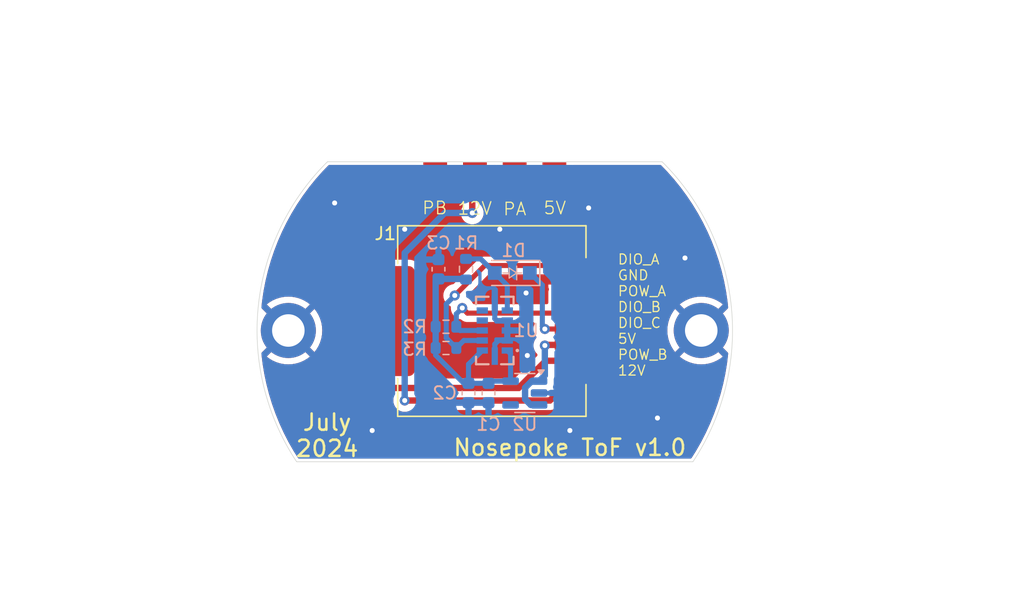
<source format=kicad_pcb>
(kicad_pcb (version 20240108) (generator "pcbnew") (generator_version "8.0")
  (title_block (date "2024-07-22") (rev "1.0"))
  (layers (0 "F.Cu" signal) (31 "B.Cu" signal) (34 "B.Paste" user) (35 "F.Paste" user) (36 "B.SilkS" user "B.Silkscreen") (37 "F.SilkS" user "F.Silkscreen") (38 "B.Mask" user) (39 "F.Mask" user) (44 "Edge.Cuts" user))
  (net 0 "")
  (net 1 "GND")
  (net 2 "Net-(J1-5V)")
  (net 3 "/SCL_MCU")
  (net 4 "/SDA_MCU")
  (net 6 "/POW_A")
  (net 7 "Net-(D1-K)")
  (net 8 "/shutdown")
  (net 9 "/POW_B")
  (net 10 "+3.3V")
  (net 11 "/Vmotor")
  (footprint "asl_footprints:board_to_board_joint_4" (layer "F.Cu") (at 100 59.2973)
    (property "Reference" "J2" (hide yes))
    (property "Value" "Conn_01x04_Pin" (hide yes))
    (pad "1" smd rect (at -4.7625 -1.373) (size 1.905 2.7432) (layers "F.Cu" "F.Paste" "F.Mask") (net 9 "/POW_B"))
    (pad "2" smd rect (at -1.5875 -1.373) (size 1.905 2.7432) (layers "F.Cu" "F.Paste" "F.Mask") (net 11 "/Vmotor"))
    (pad "3" smd rect (at 1.5875 -1.373) (size 1.905 2.7432) (layers "F.Cu" "F.Paste" "F.Mask") (net 6 "/POW_A"))
    (pad "4" smd rect (at 4.7625 -1.373) (size 1.905 2.7432) (layers "F.Cu" "F.Paste" "F.Mask") (net 2 "Net-(J1-5V)"))
  )
  (footprint "asl_footprints:MountingHole_2.7mm_M2.5_pad" (layer "F.Cu") (at 116.5 70)
    (property "Reference" "H2" (hide yes))
    (property "Value" "Mount hole" (hide yes))
    (pad "1" thru_hole circle (at 0 0) (size 4.4 4.4) (drill 2.6) (layers "*.Cu" "*.Mask") (net 1 "GND"))
  )
  (footprint "asl_footprints:MountingHole_2.7mm_M2.5_pad" (layer "F.Cu") (at 83.5 70)
    (property "Reference" "H1" (hide yes))
    (property "Value" "Mount hole" (hide yes))
    (pad "1" thru_hole circle (at 0 0) (size 4.4 4.4) (drill 2.6) (layers "*.Cu" "*.Mask") (net 1 "GND"))
  )
  (footprint "asl_footprints:RJ45_SMD_Vertical" (layer "F.Cu") (at 99.764 69.245 -90)
    (property "Reference" "J1" (at -6.995 8.514 0) (layer "F.SilkS"))
    (property "Value" "0855135013")
    (fp_line (start -7.62 7.525) (end -7.62 -7.525) (stroke (width 0.127)) (layer "F.SilkS"))
    (fp_line (start -4.6 7.525) (end -7.62 7.525) (stroke (width 0.127)) (layer "F.SilkS"))
    (fp_line (start 7.62 7.525) (end 4.6 7.525) (stroke (width 0.127)) (layer "F.SilkS"))
    (fp_line (start -7.62 -7.525) (end -5.08 -7.525) (stroke (width 0.127)) (layer "F.SilkS"))
    (fp_line (start 5.08 -7.525) (end 7.62 -7.525) (stroke (width 0.127)) (layer "F.SilkS"))
    (fp_line (start 7.62 -7.525) (end 7.62 7.525) (stroke (width 0.127)) (layer "F.SilkS"))
    (pad "1" smd rect (at -4.445 -7.525) (size 5 0.76) (layers "F.Cu" "F.Paste" "F.Mask") (net 3 "/SCL_MCU"))
    (pad "2" smd rect (at -3.175 -7.525) (size 5 0.76) (layers "F.Cu" "F.Paste" "F.Mask") (net 1 "GND"))
    (pad "3" smd rect (at -1.905 -7.525) (size 5 0.76) (layers "F.Cu" "F.Paste" "F.Mask") (net 6 "/POW_A"))
    (pad "4" smd rect (at -0.635 -7.525) (size 5 0.76) (layers "F.Cu" "F.Paste" "F.Mask") (net 4 "/SDA_MCU"))
    (pad "5" smd rect (at 0.635 -7.525) (size 5 0.76) (layers "F.Cu" "F.Paste" "F.Mask") (net 7 "Net-(D1-K)"))
    (pad "6" smd rect (at 1.905 -7.525) (size 5 0.76) (layers "F.Cu" "F.Paste" "F.Mask") (net 2 "Net-(J1-5V)"))
    (pad "7" smd rect (at 3.175 -7.525) (size 5 0.76) (layers "F.Cu" "F.Paste" "F.Mask") (net 9 "/POW_B"))
    (pad "8" smd rect (at 4.445 -7.525) (size 5 0.76) (layers "F.Cu" "F.Paste" "F.Mask") (net 11 "/Vmotor"))
    (pad "MNT" smd roundrect (at 0 8.405) (size 4.5 8.8) (layers "F.Cu" "F.Paste" "F.Mask") (roundrect_rratio 0.1111111111))
  )
  (footprint "Capacitor_SMD:C_0603_1608Metric" (layer "B.Cu") (at 95.5 65.1 90)
    (property "Reference" "C3" (at 2.1 0 0) (layer "B.SilkS") (effects (justify mirror)))
    (property "Value" "10µF")
    (fp_line (start 0.14058 -0.51) (end -0.14058 -0.51) (stroke (width 0.12)) (layer "B.SilkS"))
    (fp_line (start 0.14058 0.51) (end -0.14058 0.51) (stroke (width 0.12)) (layer "B.SilkS"))
    (pad "1" smd roundrect (at -0.775 0 90) (size 0.9 0.95) (layers "B.Cu" "B.Paste" "B.Mask") (net 10 "+3.3V"))
    (pad "2" smd roundrect (at 0.775 0 90) (size 0.9 0.95) (layers "B.Cu" "B.Paste" "B.Mask") (net 1 "GND"))
  )
  (footprint "Resistor_SMD:R_0603_1608Metric" (layer "B.Cu") (at 96.1 69.7)
    (property "Reference" "R2" (at -2.5 0 0) (layer "B.SilkS") (effects (justify mirror)))
    (property "Value" "470Ω")
    (fp_line (start 0.237258 -0.5225) (end -0.237258 -0.5225) (stroke (width 0.12)) (layer "B.SilkS"))
    (fp_line (start 0.237258 0.5225) (end -0.237258 0.5225) (stroke (width 0.12)) (layer "B.SilkS"))
    (pad "1" smd roundrect (at -0.825 0) (size 0.8 0.95) (layers "B.Cu" "B.Paste" "B.Mask") (net 10 "+3.3V"))
    (pad "2" smd roundrect (at 0.825 0) (size 0.8 0.95) (layers "B.Cu" "B.Paste" "B.Mask") (net 4 "/SDA_MCU"))
  )
  (footprint "Resistor_SMD:R_0603_1608Metric" (layer "B.Cu") (at 96.1 71.4)
    (property "Reference" "R3" (at -2.5 0.1 180) (layer "B.SilkS") (effects (justify mirror)))
    (property "Value" "470Ω")
    (fp_line (start 0.237258 -0.5225) (end -0.237258 -0.5225) (stroke (width 0.12)) (layer "B.SilkS"))
    (fp_line (start 0.237258 0.5225) (end -0.237258 0.5225) (stroke (width 0.12)) (layer "B.SilkS"))
    (pad "1" smd roundrect (at -0.825 0) (size 0.8 0.95) (layers "B.Cu" "B.Paste" "B.Mask") (net 10 "+3.3V"))
    (pad "2" smd roundrect (at 0.825 0) (size 0.8 0.95) (layers "B.Cu" "B.Paste" "B.Mask") (net 3 "/SCL_MCU"))
  )
  (footprint "Capacitor_SMD:C_0603_1608Metric" (layer "B.Cu") (at 99.5 75 90)
    (property "Reference" "C1" (at -2.5 0 180) (layer "B.SilkS") (effects (justify mirror)))
    (property "Value" "0.1µF")
    (fp_line (start 0.14058 -0.51) (end -0.14058 -0.51) (stroke (width 0.12)) (layer "B.SilkS"))
    (fp_line (start 0.14058 0.51) (end -0.14058 0.51) (stroke (width 0.12)) (layer "B.SilkS"))
    (pad "1" smd roundrect (at -0.775 0 90) (size 0.9 0.95) (layers "B.Cu" "B.Paste" "B.Mask") (net 1 "GND"))
    (pad "2" smd roundrect (at 0.775 0 90) (size 0.9 0.95) (layers "B.Cu" "B.Paste" "B.Mask") (net 10 "+3.3V"))
  )
  (footprint "asl_footprints:D_SOD-123F" (layer "B.Cu") (at 101.4 65.4 180)
    (property "Reference" "D1" (at -0.1 1.8 180) (layer "B.SilkS") (effects (justify mirror)))
    (property "Value" "MMSD4148T1G")
    (fp_line (start 1.65 1) (end -2.2 1) (stroke (width 0.12)) (layer "B.SilkS"))
    (fp_line (start 1.65 -1) (end -2.2 -1) (stroke (width 0.12)) (layer "B.SilkS"))
    (fp_line (start 0.75 0) (end 0.25 0) (stroke (width 0.1)) (layer "B.SilkS"))
    (fp_line (start 0.25 0.4) (end -0.35 0) (stroke (width 0.1)) (layer "B.SilkS"))
    (fp_line (start 0.25 -0.4) (end 0.25 0.4) (stroke (width 0.1)) (layer "B.SilkS"))
    (fp_line (start -0.35 0.55) (end -0.35 0) (stroke (width 0.1)) (layer "B.SilkS"))
    (fp_line (start -0.35 0) (end 0.25 -0.4) (stroke (width 0.1)) (layer "B.SilkS"))
    (fp_line (start -0.35 0) (end -0.75 0) (stroke (width 0.1)) (layer "B.SilkS"))
    (fp_line (start -0.35 -0.55) (end -0.35 0) (stroke (width 0.1)) (layer "B.SilkS"))
    (fp_line (start -2.2 -1) (end -2.2 1) (stroke (width 0.12)) (layer "B.SilkS"))
    (pad "1" smd rect (at -1.4 0 180) (size 1.1 1.1) (layers "B.Cu" "B.Paste" "B.Mask") (net 7 "Net-(D1-K)"))
    (pad "2" smd rect (at 1.4 0 180) (size 1.1 1.1) (layers "B.Cu" "B.Paste" "B.Mask") (net 8 "/shutdown"))
  )
  (footprint "Resistor_SMD:R_0603_1608Metric" (layer "B.Cu") (at 97.7 65.1 90)
    (property "Reference" "R1" (at 2.1 0 0) (layer "B.SilkS") (effects (justify mirror)))
    (property "Value" "10KΩ")
    (fp_line (start 0.237258 -0.5225) (end -0.237258 -0.5225) (stroke (width 0.12)) (layer "B.SilkS"))
    (fp_line (start 0.237258 0.5225) (end -0.237258 0.5225) (stroke (width 0.12)) (layer "B.SilkS"))
    (pad "1" smd roundrect (at -0.825 0 90) (size 0.8 0.95) (layers "B.Cu" "B.Paste" "B.Mask") (net 10 "+3.3V"))
    (pad "2" smd roundrect (at 0.825 0 90) (size 0.8 0.95) (layers "B.Cu" "B.Paste" "B.Mask") (net 8 "/shutdown"))
  )
  (footprint "Package_TO_SOT_SMD:SOT-23-5" (layer "B.Cu") (at 102.4 75 180)
    (property "Reference" "U2" (at 0 -2.5 180) (layer "B.SilkS") (effects (justify mirror)))
    (property "Value" "AP2112K-3.3")
    (fp_line (start 0.8 1.56) (end 0 1.56) (stroke (width 0.12)) (layer "B.SilkS"))
    (fp_line (start 0.8 -1.56) (end 0 -1.56) (stroke (width 0.12)) (layer "B.SilkS"))
    (fp_line (start -0.8 1.56) (end 0 1.56) (stroke (width 0.12)) (layer "B.SilkS"))
    (fp_line (start -0.8 -1.56) (end 0 -1.56) (stroke (width 0.12)) (layer "B.SilkS"))
    (fp_poly (pts (xy -1.3 1.51) (xy -1.54 1.84) (xy -1.06 1.84) (xy -1.3 1.51)) (stroke (width 0.12)) (fill solid) (layer "B.SilkS"))
    (pad "1" smd roundrect (at -1.1375 0.95 180) (size 1.325 0.6) (layers "B.Cu" "B.Paste" "B.Mask") (net 2 "Net-(J1-5V)"))
    (pad "2" smd roundrect (at -1.1375 0 180) (size 1.325 0.6) (layers "B.Cu" "B.Paste" "B.Mask") (net 1 "GND"))
    (pad "3" smd roundrect (at -1.1375 -0.95 180) (size 1.325 0.6) (layers "B.Cu" "B.Paste" "B.Mask") (net 2 "Net-(J1-5V)"))
    (pad "4" smd roundrect (at 1.1375 -0.95 180) (size 1.325 0.6) (layers "B.Cu" "B.Paste" "B.Mask"))
    (pad "5" smd roundrect (at 1.1375 0.95 180) (size 1.325 0.6) (layers "B.Cu" "B.Paste" "B.Mask") (net 10 "+3.3V"))
  )
  (footprint "asl_footprints:VL53L4CD" (layer "B.Cu") (at 100 70 90)
    (property "Reference" "U1" (at 0 2.5 0) (layer "B.SilkS") (effects (justify mirror)))
    (property "Value" "VL53L4CD")
    (fp_line (start 2.7 -1.5) (end 2.7 -0.5) (stroke (width 0.1778)) (layer "B.SilkS"))
    (fp_line (start 2.1 -1.5) (end 2.7 -1.5) (stroke (width 0.1778)) (layer "B.SilkS"))
    (fp_line (start -2.7 -1.5) (end -2.1 -1.5) (stroke (width 0.1778)) (layer "B.SilkS"))
    (fp_line (start -2.7 -0.5) (end -2.7 -1.5) (stroke (width 0.1778)) (layer "B.SilkS"))
    (fp_line (start 2.7 0.5) (end 2.7 1.5) (stroke (width 0.1778)) (layer "B.SilkS"))
    (fp_line (start 2.7 1.5) (end 2.1 1.5) (stroke (width 0.1778)) (layer "B.SilkS"))
    (fp_line (start -2.1 1.5) (end -2.7 1.5) (stroke (width 0.1778)) (layer "B.SilkS"))
    (fp_line (start -2.7 1.5) (end -2.7 0.5) (stroke (width 0.1778)) (layer "B.SilkS"))
    (fp_circle (center -1.6 1.8) (end -1.670709 1.8) (stroke (width 0.141418)) (fill solid) (layer "B.SilkS"))
    (pad "1" smd rect (at -1.6 1 180) (size 0.9 0.5) (layers "B.Cu" "B.Mask") (net 10 "+3.3V"))
    (pad "2" smd rect (at -0.8 1 180) (size 0.9 0.5) (layers "B.Cu" "B.Mask") (net 1 "GND"))
    (pad "3" smd rect (at 0 1 180) (size 0.9 0.5) (layers "B.Cu" "B.Mask") (net 1 "GND"))
    (pad "4" smd rect (at 0.8 1 180) (size 0.9 0.5) (layers "B.Cu" "B.Mask") (net 1 "GND"))
    (pad "5" smd rect (at 1.6 1 180) (size 0.9 0.5) (layers "B.Cu" "B.Mask") (net 8 "/shutdown"))
    (pad "6" smd rect (at 2.05 0 90) (size 1.4 0.5) (layers "B.Cu" "B.Mask") (net 1 "GND"))
    (pad "7" smd rect (at 1.6 -1) (size 0.9 0.5) (layers "B.Cu" "B.Mask"))
    (pad "8" smd rect (at 0.8 -1) (size 0.9 0.5) (layers "B.Cu" "B.Mask"))
    (pad "9" smd rect (at 0 -1) (size 0.9 0.5) (layers "B.Cu" "B.Mask") (net 4 "/SDA_MCU"))
    (pad "10" smd rect (at -0.8 -1) (size 0.9 0.5) (layers "B.Cu" "B.Mask") (net 3 "/SCL_MCU"))
    (pad "11" smd rect (at -1.6 -1) (size 0.9 0.5) (layers "B.Cu" "B.Mask") (net 10 "+3.3V"))
    (pad "12" smd rect (at -2.05 0 270) (size 1.4 0.5) (layers "B.Cu" "B.Mask") (net 1 "GND"))
  )
  (footprint "Capacitor_SMD:C_0603_1608Metric" (layer "B.Cu") (at 97.9 75 90)
    (property "Reference" "C2" (at 0 -1.9 180) (layer "B.SilkS") (effects (justify mirror)))
    (property "Value" "10µF")
    (fp_line (start 0.14058 -0.51) (end -0.14058 -0.51) (stroke (width 0.12)) (layer "B.SilkS"))
    (fp_line (start 0.14058 0.51) (end -0.14058 0.51) (stroke (width 0.12)) (layer "B.SilkS"))
    (pad "1" smd roundrect (at -0.775 0 90) (size 0.9 0.95) (layers "B.Cu" "B.Paste" "B.Mask") (net 1 "GND"))
    (pad "2" smd roundrect (at 0.775 0 90) (size 0.9 0.95) (layers "B.Cu" "B.Paste" "B.Mask") (net 10 "+3.3V"))
  )
  (gr_line (start 84.16491 80.500037) (end 115.83509 80.500037) (stroke (width 0.05)) (layer "Edge.Cuts"))
  (gr_arc (start 84.16491 80.500037) (mid 81.099433 68.058496) (end 86.630244 56.499983) (stroke (width 0.05)) (layer "Edge.Cuts"))
  (gr_line (start 113.36974 56.5) (end 86.63026 56.5) (stroke (width 0.05)) (layer "Edge.Cuts"))
  (gr_arc (start 113.36974 56.5) (mid 118.900543 68.058498) (end 115.83507 80.500023) (stroke (width 0.05)) (layer "Edge.Cuts"))
  (gr_text "DIO_B" (at 109.7788 68.12 0) (layer "F.SilkS") (effects (font (size 0.8 0.8) (thickness 0.1)) (justify left)))
  (gr_text "DIO_A\n" (at 109.7788 64.31 0) (layer "F.SilkS") (effects (font (size 0.8 0.8) (thickness 0.1)) (justify left)))
  (gr_text "POW_A" (at 109.7788 66.85 0) (layer "F.SilkS") (effects (font (size 0.8 0.8) (thickness 0.1)) (justify left)))
  (gr_text "12V" (at 98.4 59.6492 0) (layer "F.SilkS") (effects (font (size 1 1) (thickness 0.1)) (justify top)))
  (gr_text "July\n2024" (at 86.6 80.2 0) (layer "F.SilkS") (effects (font (size 1.3 1.3) (thickness 0.2)) (justify bottom)))
  (gr_text "5V" (at 104.8 60.2 0) (layer "F.SilkS") (effects (font (size 1 1) (thickness 0.1))))
  (gr_text "GND" (at 109.7788 65.58 0) (layer "F.SilkS") (effects (font (size 0.8 0.8) (thickness 0.1)) (justify left)))
  (gr_text "POW_B" (at 109.7788 71.93 0) (layer "F.SilkS") (effects (font (size 0.8 0.8) (thickness 0.1)) (justify left)))
  (gr_text "DIO_C\n" (at 109.7788 69.39 0) (layer "F.SilkS") (effects (font (size 0.8 0.8) (thickness 0.1)) (justify left)))
  (gr_text "PB" (at 95.2 60.2 0) (layer "F.SilkS") (effects (font (size 1 1) (thickness 0.1))))
  (gr_text "PA" (at 101.6 59.7 0) (layer "F.SilkS") (effects (font (size 1 1) (thickness 0.1)) (justify top)))
  (gr_text "Nosepoke ToF v${REVISION}" (at 106 78.6 0) (layer "F.SilkS") (effects (font (size 1.3 1.3) (thickness 0.2)) (justify top)))
  (gr_text "12V" (at 109.7788 73.2 0) (layer "F.SilkS") (effects (font (size 0.8 0.8) (thickness 0.1)) (justify left)))
  (gr_text "5V" (at 109.7788 70.66 0) (layer "F.SilkS") (effects (font (size 0.8 0.8) (thickness 0.1)) (justify left)))
  (via (at 113 77) (size 0.8) (drill 0.4) (layers "F.Cu" "B.Cu") (net 1))
  (via (at 102.5 67) (size 0.8) (drill 0.4) (layers "F.Cu" "B.Cu") (net 1))
  (via (at 90.2 78) (size 0.8) (drill 0.4) (layers "F.Cu" "B.Cu") (net 1))
  (via (at 107.5 60.2) (size 0.8) (drill 0.4) (layers "F.Cu" "B.Cu") (net 1))
  (via (at 92.8 61.9) (size 0.8) (drill 0.4) (layers "F.Cu" "B.Cu") (net 1))
  (via (at 100.4 61.9) (size 0.8) (drill 0.4) (layers "F.Cu" "B.Cu") (net 1))
  (via (at 106 78) (size 0.8) (drill 0.4) (layers "F.Cu" "B.Cu") (net 1))
  (via (at 102.6 72) (size 0.8) (drill 0.4) (layers "F.Cu" "B.Cu") (net 1))
  (via (at 115.2 64.2) (size 0.8) (drill 0.4) (layers "F.Cu" "B.Cu") (net 1))
  (via (at 87.2 59.8) (size 0.8) (drill 0.4) (layers "F.Cu" "B.Cu") (net 1))
  (segment (start 100.2936 70.8) (end 100 71.0936) (width 0.4064) (layer "B.Cu") (net 1))
  (segment (start 100.1436 69.2) (end 100 69.0564) (width 0.4064) (layer "B.Cu") (net 1))
  (segment (start 100 69.0564) (end 100 67.95) (width 0.4064) (layer "B.Cu") (net 1))
  (segment (start 101 70.8) (end 100.2936 70.8) (width 0.4064) (layer "B.Cu") (net 1))
  (segment (start 100 71.0936) (end 100 72.05) (width 0.4064) (layer "B.Cu") (net 1))
  (segment (start 101 69.2) (end 100.1436 69.2) (width 0.4064) (layer "B.Cu") (net 1))
  (segment (start 104.05 71.15) (end 107.289 71.15) (width 0.508) (layer "F.Cu") (net 2))
  (segment (start 104.7625 57.9243) (end 108.2243 57.9243) (width 0.508) (layer "F.Cu") (net 2))
  (segment (start 112.2 68.84) (end 109.89 71.15) (width 0.508) (layer "F.Cu") (net 2))
  (segment (start 112.2 61.9) (end 112.2 68.84) (width 0.508) (layer "F.Cu") (net 2))
  (segment (start 108.2243 57.9243) (end 112.2 61.9) (width 0.508) (layer "F.Cu") (net 2))
  (segment (start 104 71.2) (end 104.05 71.15) (width 0.508) (layer "F.Cu") (net 2))
  (segment (start 109.89 71.15) (end 107.289 71.15) (width 0.508) (layer "F.Cu") (net 2))
  (via (at 104 71.2) (size 0.8) (drill 0.4) (layers "F.Cu" "B.Cu") (net 2))
  (segment (start 104 73.5875) (end 103.5375 74.05) (width 0.508) (layer "B.Cu") (net 2))
  (segment (start 104 71.2) (end 104 73.5875) (width 0.508) (layer "B.Cu") (net 2))
  (segment (start 102.95 74.05) (end 103.5375 74.05) (width 0.508) (layer "B.Cu") (net 2))
  (segment (start 102.421 75.495999) (end 102.421 74.579) (width 0.508) (layer "B.Cu") (net 2))
  (segment (start 102.421 74.579) (end 102.95 74.05) (width 0.508) (layer "B.Cu") (net 2))
  (segment (start 102.875001 75.95) (end 102.421 75.495999) (width 0.508) (layer "B.Cu") (net 2))
  (segment (start 103.5375 75.95) (end 102.875001 75.95) (width 0.508) (layer "B.Cu") (net 2))
  (segment (start 96.8 67.2) (end 99.2 64.8) (width 0.4064) (layer "F.Cu") (net 3))
  (segment (start 99.2 64.8) (end 107.289 64.8) (width 0.4064) (layer "F.Cu") (net 3))
  (via (at 96.8 67.2) (size 0.8) (drill 0.4) (layers "F.Cu" "B.Cu") (net 3))
  (segment (start 97.525 70.8) (end 96.925 71.4) (width 0.4064) (layer "B.Cu") (net 3))
  (segment (start 96.1218 67.8782) (end 96.1218 70.5968) (width 0.4064) (layer "B.Cu") (net 3))
  (segment (start 99 70.8) (end 97.525 70.8) (width 0.4064) (layer "B.Cu") (net 3))
  (segment (start 96.1218 70.5968) (end 96.925 71.4) (width 0.4064) (layer "B.Cu") (net 3))
  (segment (start 96.8 67.2) (end 96.1218 67.8782) (width 0.4064) (layer "B.Cu") (net 3))
  (segment (start 97.4 68.2) (end 97.535 68.065) (width 0.4064) (layer "F.Cu") (net 4))
  (segment (start 97.81 68.61) (end 107.289 68.61) (width 0.4064) (layer "F.Cu") (net 4))
  (segment (start 97.4 68.2) (end 97.81 68.61) (width 0.4064) (layer "F.Cu") (net 4))
  (via (at 97.4 68.2) (size 0.8) (drill 0.4) (layers "F.Cu" "B.Cu") (net 4))
  (segment (start 96.925 68.675) (end 97.4 68.2) (width 0.4064) (layer "B.Cu") (net 4))
  (segment (start 96.925 69.7) (end 96.925 68.675) (width 0.4064) (layer "B.Cu") (net 4))
  (segment (start 97.225 70) (end 96.925 69.7) (width 0.4064) (layer "B.Cu") (net 4))
  (segment (start 99 70) (end 97.225 70) (width 0.4064) (layer "B.Cu") (net 4))
  (segment (start 110.9 63.1) (end 110.9 66.3) (width 0.508) (layer "F.Cu") (net 6))
  (segment (start 101.5875 58.9875) (end 104.5 61.9) (width 0.508) (layer "F.Cu") (net 6))
  (segment (start 109.86 67.34) (end 107.289 67.34) (width 0.508) (layer "F.Cu") (net 6))
  (segment (start 109.7 61.9) (end 110.9 63.1) (width 0.508) (layer "F.Cu") (net 6))
  (segment (start 110.9 66.3) (end 109.86 67.34) (width 0.508) (layer "F.Cu") (net 6))
  (segment (start 104.5 61.9) (end 109.7 61.9) (width 0.508) (layer "F.Cu") (net 6))
  (segment (start 101.5875 57.9243) (end 101.5875 58.9875) (width 0.508) (layer "F.Cu") (net 6))
  (segment (start 104 69.88) (end 107.289 69.88) (width 0.4064) (layer "F.Cu") (net 7))
  (via (at 104 69.88) (size 0.8) (drill 0.4) (layers "F.Cu" "B.Cu") (net 7))
  (segment (start 104 69.88) (end 103.8 69.68) (width 0.4064) (layer "B.Cu") (net 7))
  (segment (start 103.8 69.68) (end 103.8 66.364103) (width 0.4064) (layer "B.Cu") (net 7))
  (segment (start 103.8 66.364103) (end 102.835897 65.4) (width 0.4064) (layer "B.Cu") (net 7))
  (segment (start 102.835897 65.4) (end 102.799999 65.4) (width 0.4064) (layer "B.Cu") (net 7))
  (segment (start 98.875001 64.275) (end 100.000001 65.4) (width 0.4064) (layer "B.Cu") (net 8))
  (segment (start 97.7 64.275) (end 98.875001 64.275) (width 0.4064) (layer "B.Cu") (net 8))
  (segment (start 100.000001 65.4) (end 101 66.399999) (width 0.4064) (layer "B.Cu") (net 8))
  (segment (start 101 66.399999) (end 101 68.4) (width 0.4064) (layer "B.Cu") (net 8))
  (segment (start 88.029 64.371) (end 94.4757 57.9243) (width 0.508) (layer "F.Cu") (net 9))
  (segment (start 88.029 73.229) (end 88.029 64.371) (width 0.508) (layer "F.Cu") (net 9))
  (segment (start 94.4757 57.9243) (end 95.2375 57.9243) (width 0.508) (layer "F.Cu") (net 9))
  (segment (start 104.08 72.42) (end 101.9 74.6) (width 0.508) (layer "F.Cu") (net 9))
  (segment (start 89.4 74.6) (end 88.029 73.229) (width 0.508) (layer "F.Cu") (net 9))
  (segment (start 107.289 72.42) (end 104.08 72.42) (width 0.508) (layer "F.Cu") (net 9))
  (segment (start 101.9 74.6) (end 89.4 74.6) (width 0.508) (layer "F.Cu") (net 9))
  (segment (start 97.9 74.225) (end 97.525 74.225) (width 0.4064) (layer "B.Cu") (net 10))
  (segment (start 95.275 71.4) (end 95.275 69.7) (width 0.508) (layer "B.Cu") (net 10))
  (segment (start 97.9 72.7) (end 99 71.6) (width 0.4064) (layer "B.Cu") (net 10))
  (segment (start 101.2625 71.8625) (end 101 71.6) (width 0.4064) (layer "B.Cu") (net 10))
  (segment (start 99.5 74.225) (end 97.9 74.225) (width 0.4064) (layer "B.Cu") (net 10))
  (segment (start 95.275 69.7) (end 95.275 66.1) (width 0.508) (layer "B.Cu") (net 10))
  (segment (start 95.5 65.875) (end 97.65 65.875) (width 0.508) (layer "B.Cu") (net 10))
  (segment (start 97.65 65.875) (end 97.7 65.925) (width 0.508) (layer "B.Cu") (net 10))
  (segment (start 95.275 66.1) (end 95.5 65.875) (width 0.508) (layer "B.Cu") (net 10))
  (segment (start 99.675 74.05) (end 99.5 74.225) (width 0.4064) (layer "B.Cu") (net 10))
  (segment (start 95.275 71.975) (end 95.275 71.4) (width 0.4064) (layer "B.Cu") (net 10))
  (segment (start 97.525 74.225) (end 95.275 71.975) (width 0.4064) (layer "B.Cu") (net 10))
  (segment (start 101.2625 74.05) (end 99.675 74.05) (width 0.4064) (layer "B.Cu") (net 10))
  (segment (start 101.2625 74.05) (end 101.2625 71.8625) (width 0.4064) (layer "B.Cu") (net 10))
  (segment (start 97.9 74.225) (end 97.9 72.7) (width 0.4064) (layer "B.Cu") (net 10))
  (segment (start 106.31 73.69) (end 104.4 75.6) (width 0.508) (layer "F.Cu") (net 11))
  (segment (start 107.289 73.69) (end 106.31 73.69) (width 0.508) (layer "F.Cu") (net 11))
  (segment (start 98.2 60.6) (end 98.2 58.1368) (width 0.508) (layer "F.Cu") (net 11))
  (segment (start 104.4 75.6) (end 92.8 75.6) (width 0.508) (layer "F.Cu") (net 11))
  (segment (start 98.2 58.1368) (end 98.4125 57.9243) (width 0.508) (layer "F.Cu") (net 11))
  (via (at 92.8 75.6) (size 0.8) (drill 0.4) (layers "F.Cu" "B.Cu") (net 11))
  (via (at 98.2 60.6) (size 0.8) (drill 0.4) (layers "F.Cu" "B.Cu") (net 11))
  (segment (start 92.8 63.8) (end 96 60.6) (width 0.508) (layer "B.Cu") (net 11))
  (segment (start 92.8 75.6) (end 92.8 63.8) (width 0.508) (layer "B.Cu") (net 11))
  (segment (start 96 60.6) (end 98.2 60.6) (width 0.508) (layer "B.Cu") (net 11))
  (zone (net 1) (net_name "GND") (layers "F&B.Cu") (connect_pads (clearance 0.508)) (min_thickness 0.254) (fill yes (thermal_gap 0.508) (thermal_bridge_width 0.508))
    (polygon (pts (xy 141.931005 92.841) (xy 60.456005 92.714) (xy 60.583005 43.565) (xy 142.312005 43.692)))
  )
)
</source>
